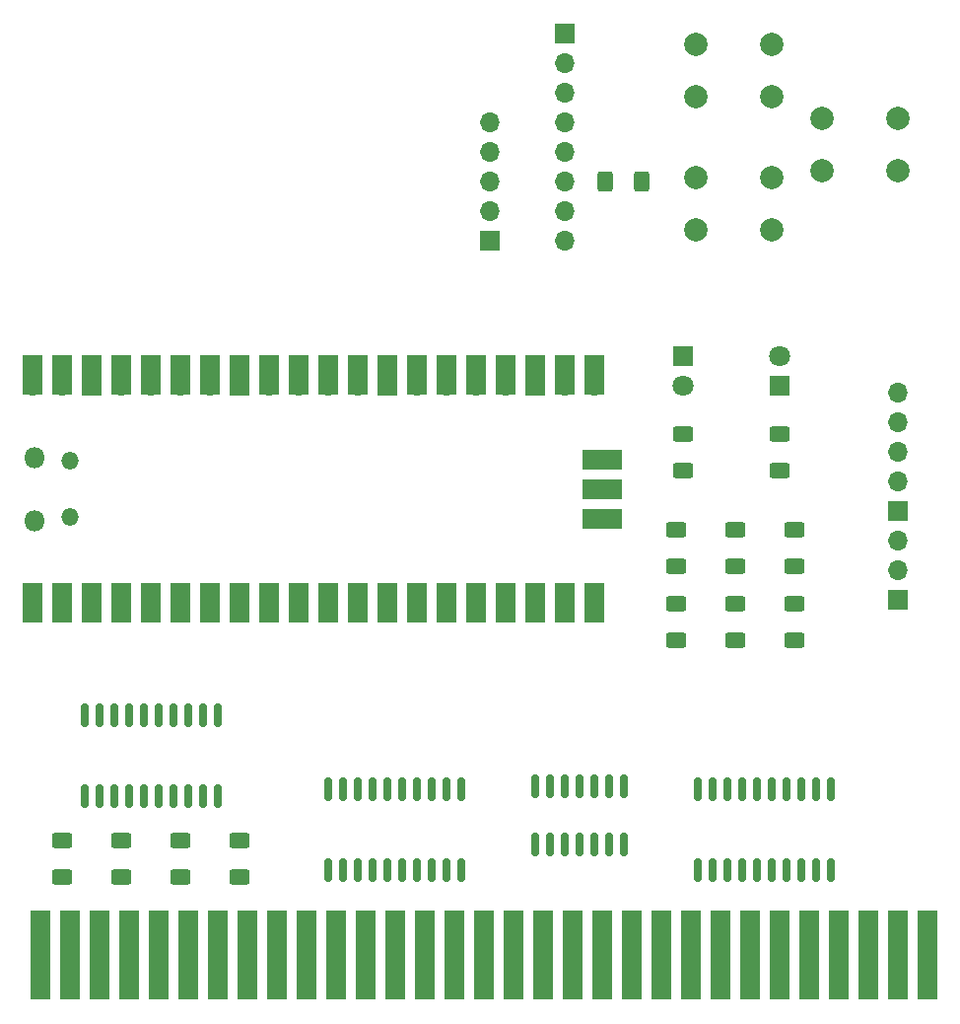
<source format=gbr>
%TF.GenerationSoftware,KiCad,Pcbnew,(6.0.5)*%
%TF.CreationDate,2022-06-17T20:08:42-05:00*%
%TF.ProjectId,ISA card rev2,49534120-6361-4726-9420-726576322e6b,rev?*%
%TF.SameCoordinates,Original*%
%TF.FileFunction,Soldermask,Top*%
%TF.FilePolarity,Negative*%
%FSLAX46Y46*%
G04 Gerber Fmt 4.6, Leading zero omitted, Abs format (unit mm)*
G04 Created by KiCad (PCBNEW (6.0.5)) date 2022-06-17 20:08:42*
%MOMM*%
%LPD*%
G01*
G04 APERTURE LIST*
G04 Aperture macros list*
%AMRoundRect*
0 Rectangle with rounded corners*
0 $1 Rounding radius*
0 $2 $3 $4 $5 $6 $7 $8 $9 X,Y pos of 4 corners*
0 Add a 4 corners polygon primitive as box body*
4,1,4,$2,$3,$4,$5,$6,$7,$8,$9,$2,$3,0*
0 Add four circle primitives for the rounded corners*
1,1,$1+$1,$2,$3*
1,1,$1+$1,$4,$5*
1,1,$1+$1,$6,$7*
1,1,$1+$1,$8,$9*
0 Add four rect primitives between the rounded corners*
20,1,$1+$1,$2,$3,$4,$5,0*
20,1,$1+$1,$4,$5,$6,$7,0*
20,1,$1+$1,$6,$7,$8,$9,0*
20,1,$1+$1,$8,$9,$2,$3,0*%
G04 Aperture macros list end*
%ADD10RoundRect,0.150000X-0.150000X0.825000X-0.150000X-0.825000X0.150000X-0.825000X0.150000X0.825000X0*%
%ADD11R,3.500000X1.700000*%
%ADD12O,1.700000X1.700000*%
%ADD13R,1.700000X1.700000*%
%ADD14R,1.700000X3.500000*%
%ADD15O,1.500000X1.500000*%
%ADD16O,1.800000X1.800000*%
%ADD17RoundRect,0.250000X0.400000X0.625000X-0.400000X0.625000X-0.400000X-0.625000X0.400000X-0.625000X0*%
%ADD18RoundRect,0.250000X0.625000X-0.400000X0.625000X0.400000X-0.625000X0.400000X-0.625000X-0.400000X0*%
%ADD19RoundRect,0.250000X-0.625000X0.400000X-0.625000X-0.400000X0.625000X-0.400000X0.625000X0.400000X0*%
%ADD20RoundRect,0.150000X0.150000X-0.837500X0.150000X0.837500X-0.150000X0.837500X-0.150000X-0.837500X0*%
%ADD21C,2.000000*%
%ADD22R,1.780000X7.620000*%
%ADD23R,1.800000X1.800000*%
%ADD24C,1.800000*%
G04 APERTURE END LIST*
D10*
%TO.C,U1*%
X152400000Y-134620000D03*
X151130000Y-134620000D03*
X149860000Y-134620000D03*
X148590000Y-134620000D03*
X147320000Y-134620000D03*
X146050000Y-134620000D03*
X144780000Y-134620000D03*
X144780000Y-129670000D03*
X146050000Y-129670000D03*
X147320000Y-129670000D03*
X148590000Y-129670000D03*
X149860000Y-129670000D03*
X151130000Y-129670000D03*
X152400000Y-129670000D03*
%TD*%
D11*
%TO.C,U5*%
X150530000Y-101600000D03*
D12*
X149630000Y-101600000D03*
D11*
X150530000Y-104140000D03*
D13*
X149630000Y-104140000D03*
D12*
X149630000Y-106680000D03*
D11*
X150530000Y-106680000D03*
D14*
X101600000Y-94350000D03*
D12*
X101600000Y-95250000D03*
X104140000Y-95250000D03*
D14*
X104140000Y-94350000D03*
D13*
X106680000Y-95250000D03*
D14*
X106680000Y-94350000D03*
D12*
X109220000Y-95250000D03*
D14*
X109220000Y-94350000D03*
X111760000Y-94350000D03*
D12*
X111760000Y-95250000D03*
X114300000Y-95250000D03*
D14*
X114300000Y-94350000D03*
D12*
X116840000Y-95250000D03*
D14*
X116840000Y-94350000D03*
D13*
X119380000Y-95250000D03*
D14*
X119380000Y-94350000D03*
X121920000Y-94350000D03*
D12*
X121920000Y-95250000D03*
D14*
X124460000Y-94350000D03*
D12*
X124460000Y-95250000D03*
X127000000Y-95250000D03*
D14*
X127000000Y-94350000D03*
X129540000Y-94350000D03*
D12*
X129540000Y-95250000D03*
D14*
X132080000Y-94350000D03*
D13*
X132080000Y-95250000D03*
D14*
X134620000Y-94350000D03*
D12*
X134620000Y-95250000D03*
X137160000Y-95250000D03*
D14*
X137160000Y-94350000D03*
D12*
X139700000Y-95250000D03*
D14*
X139700000Y-94350000D03*
X142240000Y-94350000D03*
D12*
X142240000Y-95250000D03*
D13*
X144780000Y-95250000D03*
D14*
X144780000Y-94350000D03*
D12*
X147320000Y-95250000D03*
D14*
X147320000Y-94350000D03*
D12*
X149860000Y-95250000D03*
D14*
X149860000Y-94350000D03*
D12*
X149860000Y-113030000D03*
D14*
X149860000Y-113930000D03*
X147320000Y-113930000D03*
D12*
X147320000Y-113030000D03*
D13*
X144780000Y-113030000D03*
D14*
X144780000Y-113930000D03*
D12*
X142240000Y-113030000D03*
D14*
X142240000Y-113930000D03*
D12*
X139700000Y-113030000D03*
D14*
X139700000Y-113930000D03*
X137160000Y-113930000D03*
D12*
X137160000Y-113030000D03*
X134620000Y-113030000D03*
D14*
X134620000Y-113930000D03*
X132080000Y-113930000D03*
D13*
X132080000Y-113030000D03*
D14*
X129540000Y-113930000D03*
D12*
X129540000Y-113030000D03*
X127000000Y-113030000D03*
D14*
X127000000Y-113930000D03*
X124460000Y-113930000D03*
D12*
X124460000Y-113030000D03*
X121920000Y-113030000D03*
D14*
X121920000Y-113930000D03*
X119380000Y-113930000D03*
D13*
X119380000Y-113030000D03*
D12*
X116840000Y-113030000D03*
D14*
X116840000Y-113930000D03*
X114300000Y-113930000D03*
D12*
X114300000Y-113030000D03*
D14*
X111760000Y-113930000D03*
D12*
X111760000Y-113030000D03*
D14*
X109220000Y-113930000D03*
D12*
X109220000Y-113030000D03*
D13*
X106680000Y-113030000D03*
D14*
X106680000Y-113930000D03*
X104140000Y-113930000D03*
D12*
X104140000Y-113030000D03*
D14*
X101600000Y-113930000D03*
D12*
X101600000Y-113030000D03*
D15*
X104760000Y-101715000D03*
X104760000Y-106565000D03*
D16*
X101730000Y-106865000D03*
X101730000Y-101415000D03*
%TD*%
D17*
%TO.C,R13*%
X153875000Y-77760000D03*
X150775000Y-77760000D03*
%TD*%
D18*
%TO.C,R12*%
X156845000Y-110770000D03*
X156845000Y-107670000D03*
%TD*%
%TO.C,R11*%
X156845000Y-117120000D03*
X156845000Y-114020000D03*
%TD*%
%TO.C,R10*%
X161925000Y-110770000D03*
X161925000Y-107670000D03*
%TD*%
%TO.C,R9*%
X161925000Y-117120000D03*
X161925000Y-114020000D03*
%TD*%
D19*
%TO.C,R8*%
X104140000Y-134340000D03*
X104140000Y-137440000D03*
%TD*%
%TO.C,R7*%
X109220000Y-134340000D03*
X109220000Y-137440000D03*
%TD*%
%TO.C,R6*%
X114300000Y-134340000D03*
X114300000Y-137440000D03*
%TD*%
%TO.C,R5*%
X119380000Y-134340000D03*
X119380000Y-137440000D03*
%TD*%
D18*
%TO.C,R4*%
X167005000Y-110770000D03*
X167005000Y-107670000D03*
%TD*%
%TO.C,R3*%
X165735000Y-102515000D03*
X165735000Y-99415000D03*
%TD*%
%TO.C,R2*%
X167005000Y-117120000D03*
X167005000Y-114020000D03*
%TD*%
D19*
%TO.C,R1*%
X157480000Y-102515000D03*
X157480000Y-99415000D03*
%TD*%
D20*
%TO.C,U4*%
X106045000Y-130462500D03*
X107315000Y-130462500D03*
X108585000Y-130462500D03*
X109855000Y-130462500D03*
X111125000Y-130462500D03*
X112395000Y-130462500D03*
X113665000Y-130462500D03*
X114935000Y-130462500D03*
X116205000Y-130462500D03*
X117475000Y-130462500D03*
X117475000Y-123537500D03*
X116205000Y-123537500D03*
X114935000Y-123537500D03*
X113665000Y-123537500D03*
X112395000Y-123537500D03*
X111125000Y-123537500D03*
X109855000Y-123537500D03*
X108585000Y-123537500D03*
X107315000Y-123537500D03*
X106045000Y-123537500D03*
%TD*%
%TO.C,U3*%
X127000000Y-136812500D03*
X128270000Y-136812500D03*
X129540000Y-136812500D03*
X130810000Y-136812500D03*
X132080000Y-136812500D03*
X133350000Y-136812500D03*
X134620000Y-136812500D03*
X135890000Y-136812500D03*
X137160000Y-136812500D03*
X138430000Y-136812500D03*
X138430000Y-129887500D03*
X137160000Y-129887500D03*
X135890000Y-129887500D03*
X134620000Y-129887500D03*
X133350000Y-129887500D03*
X132080000Y-129887500D03*
X130810000Y-129887500D03*
X129540000Y-129887500D03*
X128270000Y-129887500D03*
X127000000Y-129887500D03*
%TD*%
%TO.C,U2*%
X158750000Y-129887500D03*
X160020000Y-129887500D03*
X161290000Y-129887500D03*
X162560000Y-129887500D03*
X163830000Y-129887500D03*
X165100000Y-129887500D03*
X166370000Y-129887500D03*
X167640000Y-129887500D03*
X168910000Y-129887500D03*
X170180000Y-129887500D03*
X170180000Y-136812500D03*
X168910000Y-136812500D03*
X167640000Y-136812500D03*
X166370000Y-136812500D03*
X165100000Y-136812500D03*
X163830000Y-136812500D03*
X162560000Y-136812500D03*
X161290000Y-136812500D03*
X160020000Y-136812500D03*
X158750000Y-136812500D03*
%TD*%
D21*
%TO.C,SW3*%
X169395000Y-72335000D03*
X175895000Y-72335000D03*
X169395000Y-76835000D03*
X175895000Y-76835000D03*
%TD*%
%TO.C,SW2*%
X158600000Y-77415000D03*
X165100000Y-77415000D03*
X158600000Y-81915000D03*
X165100000Y-81915000D03*
%TD*%
%TO.C,SW1*%
X165100000Y-70485000D03*
X158600000Y-70485000D03*
X165100000Y-65985000D03*
X158600000Y-65985000D03*
%TD*%
D12*
%TO.C,J5*%
X175895000Y-108565000D03*
X175895000Y-111105000D03*
D13*
X175895000Y-113645000D03*
%TD*%
%TO.C,J4*%
X140870000Y-82810000D03*
D12*
X140870000Y-80270000D03*
X140870000Y-77730000D03*
X140870000Y-75190000D03*
X140870000Y-72650000D03*
%TD*%
D13*
%TO.C,J3*%
X147295000Y-65075000D03*
D12*
X147295000Y-67615000D03*
X147295000Y-70155000D03*
X147295000Y-72695000D03*
X147295000Y-75235000D03*
X147295000Y-77775000D03*
X147295000Y-80315000D03*
X147295000Y-82855000D03*
%TD*%
%TO.C,J2*%
X175895000Y-95880000D03*
X175895000Y-98420000D03*
X175895000Y-100960000D03*
X175895000Y-103500000D03*
D13*
X175895000Y-106040000D03*
%TD*%
D22*
%TO.C,J1*%
X178440000Y-144145000D03*
X175900000Y-144145000D03*
X173360000Y-144145000D03*
X170820000Y-144145000D03*
X168280000Y-144145000D03*
X165740000Y-144145000D03*
X163200000Y-144145000D03*
X160660000Y-144145000D03*
X158120000Y-144145000D03*
X155580000Y-144145000D03*
X153040000Y-144145000D03*
X150500000Y-144145000D03*
X147960000Y-144145000D03*
X145420000Y-144145000D03*
X142880000Y-144145000D03*
X140340000Y-144145000D03*
X137800000Y-144145000D03*
X135260000Y-144145000D03*
X132720000Y-144145000D03*
X130180000Y-144145000D03*
X127640000Y-144145000D03*
X125100000Y-144145000D03*
X122560000Y-144145000D03*
X120020000Y-144145000D03*
X117480000Y-144145000D03*
X114940000Y-144145000D03*
X112400000Y-144145000D03*
X109860000Y-144145000D03*
X107320000Y-144145000D03*
X104780000Y-144145000D03*
X102240000Y-144145000D03*
%TD*%
D23*
%TO.C,D4*%
X165735000Y-95255000D03*
D24*
X165735000Y-92715000D03*
%TD*%
D23*
%TO.C,D1*%
X157480000Y-92705000D03*
D24*
X157480000Y-95245000D03*
%TD*%
M02*

</source>
